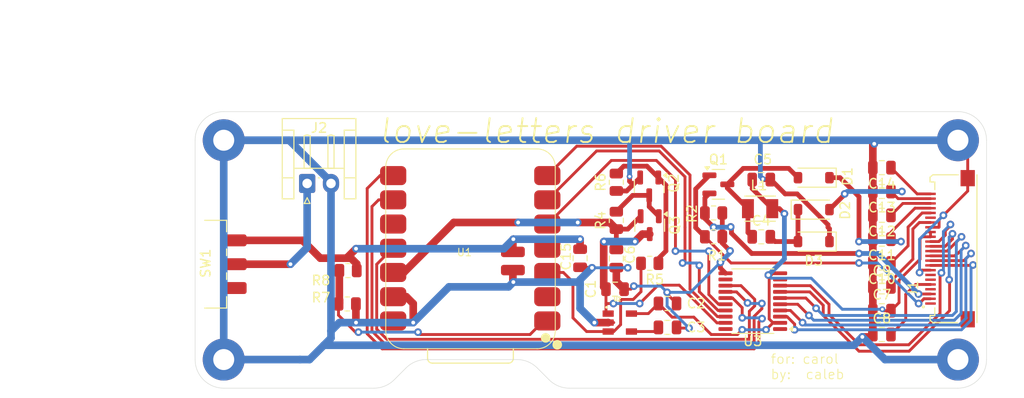
<source format=kicad_pcb>
(kicad_pcb (version 20240108) (generator "pcbnew") (generator_version "8.0")
  (layers (0 "F.Cu" signal) (31 "B.Cu" signal) (34 "B.Paste" user) (35 "F.Paste" user) (36 "B.SilkS" user "B.Silkscreen") (37 "F.SilkS" user "F.Silkscreen") (38 "B.Mask" user) (39 "F.Mask" user) (44 "Edge.Cuts" user))
  (net 0 "")
  (net 1 "/RST")
  (net 2 "VCC")
  (net 3 "/PWR")
  (net 4 "/DC")
  (net 5 "3V3_OUT")
  (net 6 "Net-(U2-BP)")
  (net 7 "Net-(D2-K)")
  (net 8 "/DIN")
  (net 9 "Net-(D1-A)")
  (net 10 "GND")
  (net 11 "/BUSY")
  (net 12 "VCC_INT")
  (net 13 "/CS")
  (net 14 "Net-(C8-Pad2)")
  (net 15 "Net-(C9-Pad2)")
  (net 16 "Net-(C10-Pad1)")
  (net 17 "Net-(C12-Pad1)")
  (net 18 "Net-(C14-Pad1)")
  (net 19 "/VGH")
  (net 20 "/VGL")
  (net 21 "/GDR")
  (net 22 "/SCK'")
  (net 23 "/RST'")
  (net 24 "/DC'")
  (net 25 "/BUSY'")
  (net 26 "/RESE")
  (net 27 "/CS'")
  (net 28 "/DIN'")
  (net 29 "Net-(Q2-B)")
  (net 30 "Net-(Q2-C)")
  (net 31 "+BATT")
  (net 33 "/SCK")
  (net 38 "/BAT_MEAS")
  (net 42 "Net-(J2-Pin_1)")
  (net 46 "unconnected-(SW1-C-Pad3)")
  (footprint "Capacitor_SMD:C_0805_2012Metric" (layer "F.Cu") (at 78.375 59.375 -90)
    (property "Reference" "C15")
    (property "Value" "1u")
  )
  (footprint "Resistor_SMD:R_0805_2012Metric" (layer "F.Cu") (at 54.0375 60.66875 180)
    (property "Reference" "R7")
    (property "Value" "220k")
  )
  (footprint "Capacitor_SMD:C_0805_2012Metric" (layer "F.Cu") (at 87.54 66.63)
    (property "Reference" "C3")
    (property "Value" "22n")
  )
  (footprint "Package_TO_SOT_SMD:SOT-23" (layer "F.Cu") (at 92.875 51.625)
    (property "Reference" "Q1")
    (property "Value" "BSS138")
  )
  (footprint "Capacitor_SMD:C_0805_2012Metric" (layer "F.Cu") (at 82.175 59.40625 -90)
    (property "Reference" "C6")
    (property "Value" "1u")
  )
  (footprint "MountingHole:MountingHole_2.2mm_M2_Pad" (layer "F.Cu") (at 118 70)
    (property "Reference" "H3" (hide yes))
    (property "Value" "MountingHole_Pad")
  )
  (footprint "Capacitor_SMD:C_0805_2012Metric" (layer "F.Cu") (at 110.025 54.875 180)
    (property "Reference" "C12")
    (property "Value" "1u")
  )
  (footprint "Package_TO_SOT_SMD:SOT-23" (layer "F.Cu") (at 85.675 55.90625 -90)
    (property "Reference" "Q3")
    (property "Value" "AO3401A")
  )
  (footprint "Diode_SMD:D_SOD-123" (layer "F.Cu") (at 102.875 54.275)
    (property "Reference" "D2")
    (property "Value" "MBR0530")
  )
  (footprint "XIAO:XIAO-ESP32S3-SMD" (layer "F.Cu") (at 66.875 58.375 180)
    (property "Reference" "U1")
    (property "Value" "XIAO-ESP32-S3-SMD")
  )
  (footprint "Package_SO:TSSOP-20_4.4x6.5mm_P0.65mm" (layer "F.Cu") (at 96.4875 63.875 180)
    (property "Reference" "U3")
    (property "Value" "TXB0108PW")
  )
  (footprint "XF2M-2415-1A:OMRON_XF2M-2415-1A" (layer "F.Cu") (at 117.475 58.375 90)
    (property "Reference" "J1")
    (property "Value" "XF2M-2415-1A")
  )
  (footprint "Capacitor_SMD:C_0805_2012Metric" (layer "F.Cu") (at 110.025 62.375)
    (property "Reference" "C9")
    (property "Value" "1u")
  )
  (footprint "Capacitor_SMD:C_0805_2012Metric" (layer "F.Cu") (at 110.025 52.375 180)
    (property "Reference" "C13")
    (property "Value" "1u")
  )
  (footprint "Capacitor_SMD:C_0805_2012Metric" (layer "F.Cu") (at 87.54 64.12)
    (property "Reference" "C2")
    (property "Value" "1u")
  )
  (footprint "Diode_SMD:D_SOD-123" (layer "F.Cu") (at 102.875 57.625 180)
    (property "Reference" "D3")
    (property "Value" "MBR0530")
  )
  (footprint "Capacitor_SMD:C_0805_2012Metric" (layer "F.Cu") (at 110.025 59.875 180)
    (property "Reference" "C10")
    (property "Value" "1u")
  )
  (footprint "Resistor_SMD:R_0805_2012Metric" (layer "F.Cu") (at 92.375 54.625)
    (property "Reference" "R2")
    (property "Value" "0.47")
  )
  (footprint "LQH32PB100MNCL:IND_LQH32PB100MNCL" (layer "F.Cu") (at 97.2525 54.175 180)
    (property "Reference" "L1")
    (property "Value" "LQH32PB100MNCL")
  )
  (footprint "Capacitor_SMD:C_0805_2012Metric" (layer "F.Cu") (at 97.375 57.125)
    (property "Reference" "C4")
    (property "Value" "4.7u")
  )
  (footprint "Capacitor_SMD:C_0805_2012Metric" (layer "F.Cu") (at 110.025 49.875 180)
    (property "Reference" "C14")
    (property "Value" "1u")
  )
  (footprint "Resistor_SMD:R_0805_2012Metric" (layer "F.Cu") (at 85.675 59.90625)
    (property "Reference" "R5")
    (property "Value" "10k")
  )
  (footprint "Resistor_SMD:R_0805_2012Metric" (layer "F.Cu") (at 53.95 64.16875)
    (property "Reference" "R8")
    (property "Value" "220k")
  )
  (footprint "MountingHole:MountingHole_2.2mm_M2_Pad" (layer "F.Cu") (at 118 47)
    (property "Reference" "H4" (hide yes))
    (property "Value" "MountingHole_Pad")
  )
  (footprint "Diode_SMD:D_SOD-123" (layer "F.Cu") (at 102.875 50.925 180)
    (property "Reference" "D1")
    (property "Value" "MBR0530")
  )
  (footprint "Capacitor_SMD:C_0805_2012Metric" (layer "F.Cu") (at 82.04 62.62)
    (property "Reference" "C1")
    (property "Value" "1u")
  )
  (footprint "RT9193_33GB:SOT94P279X129-5N" (layer "F.Cu") (at 82.54 66.12)
    (property "Reference" "U2")
    (property "Value" "RT9193-33GB")
  )
  (footprint "Resistor_SMD:R_0805_2012Metric" (layer "F.Cu") (at 82.175 51.40625 90)
    (property "Reference" "R6")
    (property "Value" "100k")
  )
  (footprint "Capacitor_SMD:C_0805_2012Metric" (layer "F.Cu") (at 110.025 67.375)
    (property "Reference" "C8")
    (property "Value" "1u")
  )
  (footprint "Capacitor_SMD:C_0805_2012Metric" (layer "F.Cu") (at 110.025 57.375 180)
    (property "Reference" "C11")
    (property "Value" "1u")
  )
  (footprint "Resistor_SMD:R_0805_2012Metric" (layer "F.Cu") (at 82.175 55.40625 90)
    (property "Reference" "R4")
    (property "Value" "47k")
  )
  (footprint "MountingHole:MountingHole_2.2mm_M2_Pad" (layer "F.Cu") (at 41 47)
    (property "Reference" "H1" (hide yes))
    (property "Value" "MountingHole_Pad")
  )
  (footprint "Capacitor_SMD:C_0805_2012Metric" (layer "F.Cu") (at 110.025 64.875)
    (property "Reference" "C7")
    (property "Value" "1u")
  )
  (footprint "Resistor_SMD:R_0805_2012Metric" (layer "F.Cu") (at 92.375 57.125 180)
    (property "Reference" "R1")
    (property "Value" "10k")
  )
  (footprint "Connector_JST:JST_EH_S2B-EH_1x02_P2.50mm_Horizontal" (layer "F.Cu") (at 49.75 51.5325)
    (property "Reference" "J2")
    (property "Value" "Battery Connector")
  )
  (footprint "Button_Switch_SMD:SW_SPDT_CK_JS102011SAQN" (layer "F.Cu") (at 39.4 60 -90)
    (property "Reference" "SW1")
    (property "Value" "SW_SPDT")
  )
  (footprint "MountingHole:MountingHole_2.2mm_M2_Pad" (layer "F.Cu") (at 41 70)
    (property "Reference" "H2" (hide yes))
    (property "Value" "MountingHole_Pad")
  )
  (footprint "Capacitor_SMD:C_0805_2012Metric" (layer "F.Cu") (at 97.375 51.125)
    (property "Reference" "C5")
    (property "Value" "4.7u")
  )
  (footprint "Package_TO_SOT_SMD:SOT-23" (layer "F.Cu") (at 85.625 51.84375 -90)
    (property "Reference" "Q2")
    (property "Value" "SS8050")
  )
  (gr_line (start 77.242641 73) (end 118 73) (stroke (width 0.05)) (layer "Edge.Cuts"))
  (gr_line (start 60.12132 70.87868) (end 58.878679 72.121321) (stroke (width 0.05)) (layer "Edge.Cuts"))
  (gr_line (start 62.242641 70) (end 71.757359 70) (stroke (width 0.05)) (layer "Edge.Cuts"))
  (gr_arc (start 71.757359 70) (mid 72.905418 70.228348) (end 73.87868 70.87868) (stroke (width 0.05)) (layer "Edge.Cuts"))
  (gr_line (start 73.87868 70.87868) (end 75.121321 72.121321) (stroke (width 0.05)) (layer "Edge.Cuts"))
  (gr_arc (start 60.12132 70.87868) (mid 61.09459 70.228361) (end 62.242641 70) (stroke (width 0.05)) (layer "Edge.Cuts"))
  (gr_arc (start 121 70) (mid 120.12132 72.12132) (end 118 73) (stroke (width 0.05)) (layer "Edge.Cuts"))
  (gr_arc (start 41 73) (mid 38.87868 72.12132) (end 38 70) (stroke (width 0.05)) (layer "Edge.Cuts"))
  (gr_arc (start 118 44) (mid 120.12132 44.87868) (end 121 47) (stroke (width 0.05)) (layer "Edge.Cuts"))
  (gr_arc (start 77.242641 73) (mid 76.094582 72.771652) (end 75.121321 72.121321) (stroke (width 0.05)) (layer "Edge.Cuts"))
  (gr_arc (start 38 47) (mid 38.87868 44.87868) (end 41 44) (stroke (width 0.05)) (layer "Edge.Cuts"))
  (gr_line (start 121 47) (end 121 70) (stroke (width 0.05)) (layer "Edge.Cuts"))
  (gr_line (start 41 44) (end 118 44) (stroke (width 0.05)) (layer "Edge.Cuts"))
  (gr_line (start 56.757359 73) (end 41 73) (stroke (width 0.05)) (layer "Edge.Cuts"))
  (gr_arc (start 58.878679 72.121321) (mid 57.905407 72.771626) (end 56.757359 73) (stroke (width 0.05)) (layer "Edge.Cuts"))
  (gr_line (start 38 70) (end 38 47) (stroke (width 0.05)) (layer "Edge.Cuts"))
  (gr_text "love-letters driver board" (at 57.15 47.498 0) (layer "F.SilkS") (effects (font (size 2.5 2.5) (thickness 0.2) (bold yes) (italic yes)) (justify left bottom)))
  (gr_text "for: carol\nby:  caleb\n" (at 98.298 72.136 0) (layer "F.SilkS") (effects (font (size 1 1) (thickness 0.1)) (justify left bottom)))
  (segment (start 89.375 50.832106) (end 89.375 56.125) (width 0.3) (layer "F.Cu") (net 1))
  (segment (start 92.841226 64.85) (end 90.875 62.883774) (width 0.3) (layer "F.Cu") (net 1))
  (segment (start 93.625 64.85) (end 92.841226 64.85) (width 0.3) (layer "F.Cu") (net 1))
  (segment (start 80.103718 48.125) (end 86.667894 48.125) (width 0.3) (layer "F.Cu") (net 1))
  (segment (start 90.875 62.883774) (end 90.875 60.125) (width 0.3) (layer "F.Cu") (net 1))
  (segment (start 89.375 59.625) (end 89.125 59.875) (width 0.3) (layer "F.Cu") (net 1))
  (segment (start 89.375 56.125) (end 89.375 59.625) (width 0.3) (layer "F.Cu") (net 1))
  (segment (start 74.980718 53.248) (end 80.103718 48.125) (width 0.3) (layer "F.Cu") (net 1))
  (segment (start 86.667894 48.125) (end 89.375 50.832106) (width 0.3) (layer "F.Cu") (net 1))
  (segment (start 74.936364 53.248) (end 74.980718 53.248) (width 0.3) (layer "F.Cu") (net 1))
  (via (at 90.875 60.125) (size 0.8) (drill 0.4) (layers "F.Cu" "B.Cu") (net 1))
  (via (at 89.125 59.875) (size 0.8) (drill 0.4) (layers "F.Cu" "B.Cu") (net 1))
  (segment (start 89.125 59.875) (end 90.625 59.875) (width 0.3) (layer "B.Cu") (net 1))
  (segment (start 90.625 59.875) (end 90.875 60.125) (width 0.3) (layer "B.Cu") (net 1))
  (segment (start 81.09 64.125) (end 81.09 64.95) (width 0.3) (layer "F.Cu") (net 2))
  (segment (start 81.09 62.62) (end 81.09 64.125) (width 0.3) (layer "F.Cu") (net 2))
  (segment (start 80.875 57.625) (end 80.85 57.65) (width 0.8) (layer "F.Cu") (net 2))
  (segment (start 84.90625 56.84375) (end 84.125 57.625) (width 0.8) (layer "F.Cu") (net 2))
  (segment (start 81.875 64.125) (end 81.09 64.125) (width 0.3) (layer "F.Cu") (net 2))
  (segment (start 93.625 66.15) (end 92.727014 66.15) (width 0.3) (layer "F.Cu") (net 2))
  (segment (start 80.85 62.38) (end 81.09 62.62) (width 0.8) (layer "F.Cu") (net 2))
  (segment (start 85.675 56.84375) (end 84.90625 56.84375) (width 0.8) (layer "F.Cu") (net 2))
  (segment (start 92.727014 66.15) (end 88.777014 62.2) (width 0.3) (layer "F.Cu") (net 2))
  (segment (start 81.09 64.95) (end 81.32 65.18) (width 0.3) (layer "F.Cu") (net 2))
  (segment (start 80.85 57.65) (end 80.85 62.38) (width 0.8) (layer "F.Cu") (net 2))
  (segment (start 86.55 62.2) (end 84.625 64.125) (width 0.3) (layer "F.Cu") (net 2))
  (segment (start 88.777014 62.2) (end 86.55 62.2) (width 0.3) (layer "F.Cu") (net 2))
  (via (at 84.125 57.625) (size 0.8) (drill 0.4) (layers "F.Cu" "B.Cu") (net 2))
  (via (at 81.875 64.125) (size 0.8) (drill 0.4) (layers "F.Cu" "B.Cu") (net 2))
  (via (at 84.625 64.125) (size 0.8) (drill 0.4) (layers "F.Cu" "B.Cu") (net 2))
  (via (at 80.875 57.625) (size 0.8) (drill 0.4) (layers "F.Cu" "B.Cu") (net 2))
  (segment (start 84.125 57.625) (end 80.875 57.625) (width 0.8) (layer "B.Cu") (net 2))
  (segment (start 84.625 64.125) (end 81.875 64.125) (width 0.3) (layer "B.Cu") (net 2))
  (segment (start 82.625 66.339999) (end 82.625 63.695) (width 0.3) (layer "F.Cu") (net 3))
  (segment (start 81.32 67.06) (end 81.904999 67.06) (width 0.3) (layer "F.Cu") (net 3))
  (segment (start 77.625 65.625) (end 79.06 67.06) (width 0.3) (layer "F.Cu") (net 3))
  (segment (start 83.945 63.695) (end 84.7625 62.8775) (width 0.3) (layer "F.Cu") (net 3))
  (segment (start 82.625 63.695) (end 83.945 63.695) (width 0.3) (layer "F.Cu") (net 3))
  (segment (start 76.618 60.868) (end 77.625 61.875) (width 0.3) (layer "F.Cu") (net 3))
  (segment (start 74.936364 60.868) (end 76.618 60.868) (width 0.3) (layer "F.Cu") (net 3))
  (segment (start 81.904999 67.06) (end 82.625 66.339999) (width 0.3) (layer "F.Cu") (net 3))
  (segment (start 84.7625 62.8775) (end 84.7625 59.90625) (width 0.3) (layer "F.Cu") (net 3))
  (segment (start 79.06 67.06) (end 81.32 67.06) (width 0.3) (layer "F.Cu") (net 3))
  (segment (start 77.625 61.875) (end 77.625 65.625) (width 0.3) (layer "F.Cu") (net 3))
  (segment (start 74.980718 55.788) (end 81.649968 49.11875) (width 0.3) (layer "F.Cu") (net 4))
  (segment (start 88.375 51.125) (end 88.375 58.625) (width 0.3) (layer "F.Cu") (net 4))
  (segment (start 92.898332 64.2) (end 93.625 64.2) (width 0.3) (layer "F.Cu") (net 4))
  (segment (start 91.875 58.625) (end 91.875 63.176668) (width 0.3) (layer "F.Cu") (net 4))
  (segment (start 91.875 63.176668) (end 92.898332 64.2) (width 0.3) (layer "F.Cu") (net 4))
  (segment (start 81.649968 49.11875) (end 86.36875 49.11875) (width 0.3) (layer "F.Cu") (net 4))
  (segment (start 86.36875 49.11875) (end 88.375 51.125) (width 0.3) (layer "F.Cu") (net 4))
  (segment (start 74.936364 55.788) (end 74.980718 55.788) (width 0.3) (layer "F.Cu") (net 4))
  (via (at 91.875 58.625) (size 0.8) (drill 0.4) (layers "F.Cu" "B.Cu") (net 4))
  (via (at 88.375 58.625) (size 0.8) (drill 0.4) (layers "F.Cu" "B.Cu") (net 4))
  (segment (start 88.375 58.625) (end 91.875 58.625) (width 0.3) (layer "B.Cu") (net 4))
  (segment (start 86.59 64.12) (end 88.025 65.555) (width 0.3) (layer "F.Cu") (net 5))
  (segment (start 114.025 59.475) (end 114.025 57.35) (width 0.3) (layer "F.Cu") (net 5))
  (segment (start 98.206165 61.356336) (end 98.206165 65.743664) (width 0.3) (layer "F.Cu") (net 5))
  (segment (start 110.975 64.875) (end 110.225 64.875) (width 0.3) (layer "F.Cu") (net 5))
  (segment (start 90.305 65.555) (end 92.125 67.375) (width 0.3) (layer "F.Cu") (net 5))
  (segment (start 115.125 56.625) (end 115.125 57.125) (width 0.3) (layer "F.Cu") (net 5))
  (segment (start 114.25 57.125) (end 115.125 57.125) (width 0.3) (layer "F.Cu") (net 5))
  (segment (start 98.206165 65.743664) (end 98.612501 66.15) (width 0.3) (layer "F.Cu") (net 5))
  (segment (start 98.612501 60.95) (end 98.206165 61.356336) (width 0.3) (layer "F.Cu") (net 5))
  (segment (start 99.275 54.175) (end 99.8 54.7) (width 0.5) (layer "F.Cu") (net 5))
  (segment (start 96.425 52.0725) (end 98.5275 54.175) (width 0.5) (layer "F.Cu") (net 5))
  (segment (start 99.35 66.15) (end 98.6 66.15) (width 0.3) (layer "F.Cu") (net 5))
  (segment (start 98.5275 54.175) (end 99.275 54.175) (width 0.5) (layer "F.Cu") (net 5))
  (segment (start 99.35 60.95) (end 98.612501 60.95) (width 0.3) (layer "F.Cu") (net 5))
  (segment (start 96.425 51.125) (end 96.425 52.0725) (width 0.5) (layer "F.Cu") (net 5))
  (segment (start 88.025 65.555) (end 90.305 65.555) (width 0.3) (layer "F.Cu") (net 5))
  (segment (start 111.825 64.025) (end 111.825 61.675) (width 0.3) (layer "F.Cu") (net 5))
  (segment (start 85.53 65.18) (end 83.76 65.18) (width 0.3) (layer "F.Cu") (net 5))
  (segment (start 94.875 67.375) (end 95.375 66.875) (width 0.3) (layer "F.Cu") (net 5))
  (segment (start 110.225 64.875) (end 110.075 64.725) (width 0.3) (layer "F.Cu") (net 5))
  (segment (start 110.975 64.875) (end 111.825 64.025) (width 0.3) (layer "F.Cu") (net 5))
  (segment (start 86.59 64.12) (end 85.53 65.18) (width 0.3) (layer "F.Cu") (net 5))
  (segment (start 98.612501 66.15) (end 99.35 66.15) (width 0.3) (layer "F.Cu") (net 5))
  (segment (start 92.125 67.375) (end 94.875 67.375) (width 0.3) (layer "F.Cu") (net 5))
  (segment (start 111.825 61.675) (end 114.025 59.475) (width 0.3) (layer "F.Cu") (net 5))
  (segment (start 98.6 66.15) (end 97.875 66.875) (width 0.3) (layer "F.Cu") (net 5))
  (segment (start 114.025 57.35) (end 114.25 57.125) (width 0.3) (layer "F.Cu") (net 5))
  (via (at 97.875 66.875) (size 0.8) (drill 0.4) (layers "F.Cu" "B.Cu") (net 5))
  (via (at 110.075 64.725) (size 0.6) (drill 0.3) (layers "F.Cu" "B.Cu") (net 5))
  (via (at 99.8 54.7) (size 0.8) (drill 0.4) (layers "F.Cu" "B.Cu") (net 5))
  (via (at 98.110837 61.140856) (size 0.8) (drill 0.4) (layers "F.Cu" "B.Cu") (net 5))
  (via (at 95.375 66.875) (size 0.8) (drill 0.4) (layers "F.Cu" "B.Cu") (net 5))
  (segment (start 102.616 61.468) (end 98.437981 61.468) (width 0.3) (layer "B.Cu") (net 5))
  (segment (start 97.875 66.875) (end 95.375 66.875) (width 0.3) (layer "B.Cu") (net 5))
  (segment (start 99.8 59.451693) (end 98.110837 61.140856) (width 0.5) (layer "B.Cu") (net 5))
  (segment (start 105.873 64.725) (end 102.616 61.468) (width 0.3) (layer "B.Cu") (net 5))
  (segment (start 99.8 54.7) (end 99.8 59.451693) (width 0.5) (layer "B.Cu") (net 5))
  (segment (start 110.075 64.725) (end 105.873 64.725) (width 0.3) (layer "B.Cu") (net 5))
  (segment (start 98.437981 61.468) (end 98.110837 61.140856) (width 0.3) (layer "B.Cu") (net 5))
  (segment (start 83.76 67.06) (end 86.16 67.06) (width 0.3) (layer "F.Cu") (net 6))
  (segment (start 86.16 67.06) (end 86.59 66.63) (width 0.3) (layer "F.Cu") (net 6))
  (segment (start 98.825 57.625) (end 98.325 57.125) (width 0.5) (layer "F.Cu") (net 7))
  (segment (start 101.225 54.275) (end 101.225 57.625) (width 0.5) (layer "F.Cu") (net 7))
  (segment (start 101.225 57.625) (end 98.825 57.625) (width 0.5) (layer "F.Cu") (net 7))
  (segment (start 96.68658 64.374081) (end 96.125 64.935661) (width 0.3) (layer "F.Cu") (net 8))
  (segment (start 57.046364 60.008646) (end 58.72701 58.328) (width 0.3) (layer "F.Cu") (net 8))
  (segment (start 57.046364 66.807354) (end 57.046364 60.008646) (width 0.3) (layer "F.Cu") (net 8))
  (segment (start 58.11401 67.875) (end 57.046364 66.807354) (width 0.3) (layer "F.Cu") (net 8))
  (segment (start 96.68658 63.68658) (end 96.68658 64.374081) (width 0.3) (layer "F.Cu") (net 8))
  (segment (start 58.72701 58.328) (end 58.771364 58.328) (width 0.3) (layer "F.Cu") (net 8))
  (segment (start 93.625 62.25) (end 95.25 62.25) (width 0.3) (layer "F.Cu") (net 8))
  (segment (start 96.125 67.875) (end 58.11401 67.875) (width 0.3) (layer "F.Cu") (net 8))
  (segment (start 95.25 62.25) (end 96.68658 63.68658) (width 0.3) (layer "F.Cu") (net 8))
  (segment (start 96.125 64.935661) (end 96.125 67.875) (width 0.3) (layer "F.Cu") (net 8))
  (segment (start 95.9775 54.175) (end 95.9775 56.6775) (width 0.5) (layer "F.Cu") (net 9))
  (segment (start 100.25 49.95) (end 95.4875 49.95) (width 0.5) (layer "F.Cu") (net 9))
  (segment (start 101.225 50.925) (end 100.25 49.95) (width 0.5) (layer "F.Cu") (net 9))
  (segment (start 93.8125 51.625) (end 93.8125 52.01) (width 0.5) (layer "F.Cu") (net 9))
  (segment (start 95.4875 49.95) (end 93.8125 51.625) (width 0.5) (layer "F.Cu") (net 9))
  (segment (start 95.9775 56.6775) (end 96.425 57.125) (width 0.5) (layer "F.Cu") (net 9))
  (segment (start 93.8125 52.01) (end 95.9775 54.175) (width 0.5) (layer "F.Cu") (net 9))
  (segment (start 97.607 51.125) (end 97.536 51.054) (width 0.5) (layer "F.Cu") (net 10))
  (segment (start 71.326364 61.826364) (end 71.375 61.875) (width 0.8) (layer "F.Cu") (net 10))
  (segment (start 98.325 51.125) (end 98.375 51.125) (width 0.5) (layer "F.Cu") (net 10))
  (segment (start 79.575 60.325) (end 79.625 60.375) (width 0.3) (layer "F.Cu") (net 10))
  (segment (start 82.175 52.31875) (end 83.2625 52.31875) (width 0.5) (layer "F.Cu") (net 10))
  (segment (start 109.075 59.875) (end 109.075 57.375) (width 0.8) (layer "F.Cu") (net 10))
  (segment (start 87.5 63.13) (end 88.49 64.12) (width 0.3) (layer "F.Cu") (net 10))
  (segment (start 114.225 60.625) (end 113.975 60.875) (width 0.3) (layer "F.Cu") (net 10))
  (segment (start 78.375 60.325) (end 79.575 60.325) (width 0.3) (layer "F.Cu") (net 10))
  (segment (start 119.025 50.975) (end 119.025 48.025) (width 0.3) (layer "F.Cu") (net 10))
  (segment (start 93.088419 60.413419) (end 93.625 60.95) (width 0.5) (layer "F.Cu") (net 10))
  (segment (start 116.475 54.875) (end 116.025 55.325) (width 0.3) (layer "F.Cu") (net 10))
  (segment (start 104.375 55.864172) (end 104.375 56.125) (width 0.5) (layer "F.Cu") (net 10))
  (segment (start 82.625 62.985) (end 82.99 62.62) (width 0.3) (layer "F.Cu") (net 10))
  (segment (start 109.075 49.875) (end 109.075 47.525) (width 0.8) (layer "F.Cu") (net 10))
  (segment (start 71.326364 60.615) (end 71.326364 61.826364) (width 0.8) (layer "F.Cu") (net 10))
  (segment (start 88.56 66.7) (end 88.49 66.63) (width 0.3) (layer "F.Cu") (net 10))
  (segment (start 81.32 66.12) (end 81.904999 66.12) (width 0.3) (layer "F.Cu") (net 10))
  (segment (start 83.566 51.308) (end 83.566 50.8) (width 0.5) (layer "F.Cu") (net 10))
  (segment (start 82.19375 60.375) (end 82.175 60.35625) (width 0.3) (layer "F.Cu") (net 10))
  (segment (start 115.125 60.625) (end 114.225 60.625) (width 0.3) (layer "F.Cu") (net 10))
  (segment (start 82.175 60.35625) (end 82.175 61.805) (width 0.8) (layer "F.Cu") (net 10))
  (segment (start 116 56.125) (end 115.125 56.125) (width 0.3) (layer "F.Cu") (net 10))
  (segment (start 82.175 61.805) (end 82.99 62.62) (width 0.8) (layer "F.Cu") (net 10))
  (segment (start 119.025 48.025) (end 118 47) (width 0.3) (layer "F.Cu") (net 10))
  (segment (start 109.075 54.875) (end 109.075 52.375) (width 0.8) (layer "F.Cu") (net 10))
  (segment (start 119.025 47.925) (end 118.475 47.375) (width 0.3) (layer "F.Cu") (net 10))
  (segment (start 83.6925 62.62) (end 84.0125 62.3) (width 0.3) (layer "F.Cu") (net 10))
  (segment (start 109.075 52.375) (end 109.075 49.875) (width 0.8) (layer "F.Cu") (net 10))
  (segment (start 109.075 57.375) (end 109.075 54.875) (width 0.8) (layer "F.Cu") (net 10))
  (segment (start 108.825 67.625) (end 109.075 67.375) (width 0.8) (layer "F.Cu") (net 10))
  (segment (start 119.025 50.975) (end 119.025 52.325) (width 0.3) (layer "F.Cu") (net 10))
  (segment (start 93.2875 54.625) (end 93.2875 57.125) (width 0.5) (layer "F.Cu") (net 10))
  (segment (start 104.525 56.275) (end 104.375 56.125) (width 0.5) (layer "F.Cu") (net 10))
  (segment (start 93.2875 57.125) (end 93.2875 57.7875) (width 0.5) (layer "F.Cu") (net 10))
  (segment (start 54.8625 66.1125) (end 54.875 66.125) (width 0.8) (layer "F.Cu") (net 10))
  (segment (start 116.025 56.1) (end 116 56.125) (width 0.3) (layer "F.Cu") (net 10))
  (segment (start 109.075 64.875) (end 109.075 62.375) (width 0.8) (layer "F.Cu") (net 10))
  (segment (start 107.975 67.625) (end 108.825 67.625) (width 0.8) (layer "F.Cu") (net 10))
  (segment (start 93.2875 57.7875) (end 94.1 58.6) (width 0.5) (layer "F.Cu") (net 10))
  (segment (start 79.875 66.125) (end 81.315 66.125) (width 0.8) (layer "F.Cu") (net 10))
  (segment (start 83.919625 51.661625) (end 84.675 50.90625) (width 0.5) (layer "F.Cu") (net 10))
  (segment (start 82.99 62.62) (end 83.6925 62.62) (width 0.3) (layer "F.Cu") (net 10))
  (segment (start 98.325 51.125) (end 97.607 51.125) (width 0.5) (layer "F.Cu") (net 10))
  (segment (start 83.919625 51.661625) (end 83.566 51.308) (width 0.5) (layer "F.Cu") (net 10))
  (segment (start 109.075 67.375) (end 109.075 64.875) (width 0.8) (layer "F.Cu") (net 10))
  (segment (start 60.146364 63.408) (end 58.771364 63.408) (width 0.8) (layer "F.Cu") (net 10))
  (segment (start 104.525 57.625) (end 104.525 56.275) (width 0.5) (layer "F.Cu") (net 10))
  (segment (start 60.875 66.125) (end 60.875 64.136636) (width 0.8) (layer "F.Cu") (net 10))
  (segment (start 119.025 52.325) (end 116.475 54.875) (width 0.3) (layer "F.Cu") (net 10))
  (segment (start 54.8625 64.16875) (end 54.8625 66.1125) (width 0.8) (layer "F.Cu") (net 10))
  (segment (start 87.5 62.95) (end 87.5 63.13) (width 0.3) (layer "F.Cu") (net 10))
  (segment (start 98.375 51.125) (end 99.875 52.625) (width 0.5) (layer "F.Cu") (net 10))
  (segment (start 83.2625 52.31875) (end 83.919625 51.661625) (width 0.5) (layer "F.Cu") (net 10))
  (segment (start 109.075 47.525) (end 109.225 47.375) (width 0.8) (layer "F.Cu") (net 10))
  (segment (start 101.135828 52.625) (end 104.375 55.864172) (width 0.5) (layer "F.Cu") (net 10))
  (segment (start 99.875 52.625) (end 101.135828 52.625) (width 0.5) (layer "F.Cu") (net 10))
  (segment (start 109.075 62.375) (end 109.075 59.875) (width 0.8) (layer "F.Cu") (net 10))
  (segment (start 89.8 66.7) (end 88.56 66.7) (width 0.3) (layer "F.Cu") (net 10))
  (segment (start 81.315 66.125) (end 81.32 66.12) (width 0.8) (layer "F.Cu") (net 10))
  (segment (start 93.088419 59.811581) (end 93.088419 60.413419) (width 0.5) (layer "F.Cu") (net 10))
  (segment (start 116.025 55.325) (end 116.025 56.1) (width 0.3) (layer "F.Cu") (net 10))
  (segment (start 83.375 60.375) (end 82.19375 60.375) (width 0.3) (layer "F.Cu") (net 10))
  (segment (start 60.875 64.136636) (end 60.146364 63.408) (width 0.8) (layer "F.Cu") (net 10))
  (via (at 84.0125 62.3) (size 0.8) (drill 0.4) (layers "F.Cu" "B.Cu") (net 10))
  (via (at 93.088419 59.811581) (size 0.8) (drill 0.4) (layers "F.Cu" "B.Cu") (net 10))
  (via (at 109.225 47.375) (size 0.8) (drill 0.4) (layers "F.Cu" "B.Cu") (net 10))
  (via (at 79.875 66.125) (size 0.8) (drill 0.4) (layers "F.Cu" "B.Cu") (net 10))
  (via (at 113.975 60.875) (size 0.8) (drill 0.4) (layers "F.Cu" "B.Cu") (net 10))
  (via (at 87.5 62.95) (size 0.8) (drill 0.4) (layers "F.Cu" "B.Cu") (net 10))
  (via (at 107.975 67.625) (size 0.8) (drill 0.4) (layers "F.Cu" "B.Cu") (net 10))
  (via (at 60.875 66.125) (size 0.8) (drill 0.4) (layers "F.Cu" "B.Cu") (net 10))
  (via (at 79.625 60.375) (size 0.8) (drill 0.4) (layers "F.Cu" "B.Cu") (net 10))
  (via (at 83.375 60.375) (size 0.8) (drill 0.4) (layers "F.Cu" "B.Cu") (net 10))
  (via (at 89.8 66.7) (size 0.8) (drill 0.4) (layers "F.Cu" "B.Cu") (net 10))
  (via (at 116.475 54.875) (size 0.8) (drill 0.4) (layers "F.Cu" "B.Cu") (net 10))
  (via (at 97.536 51.054) (size 0.6) (drill 0.3) (layers "F.Cu" "B.Cu") (net 10))
  (via (at 94.1 58.6) (size 0.8) (drill 0.4) (layers "F.Cu" "B.Cu") (net 10))
  (via (at 71.375 61.875) (size 0.8) (drill 0.4) (layers "F.Cu" "B.Cu") (net 10))
  (via (at 83.566 50.8) (size 0.6) (drill 0.3) (layers "F.Cu" "B.Cu") (net 10))
  (via (at 54.875 66.125) (size 0.8) (drill 0.4) (layers "F.Cu" "B.Cu") (net 10))
  (segment (start 89.95 62.95) (end 93.088419 59.811581) (width 0.3) (layer "B.Cu") (net 10))
  (segment (start 107.1 68.5) (end 107.975 67.625) (width 0.8) (layer "B.Cu") (net 10))
  (segment (start 78.375 62.125) (end 78.375 61.625) (width 0.8) (layer "B.Cu") (net 10))
  (segment (start 78.375 61.625) (end 79.625 60.375) (width 0.8) (layer "B.Cu") (net 10))
  (segment (start 86.85 62.3) (end 87.5 62.95) (width 0.3) (layer "B.Cu") (net 10))
  (segment (start 78.125 61.875) (end 78.375 62.125) (width 0.8) (layer "B.Cu") (net 10))
  (segment (start 51.5 68.5) (end 52.25 67.75) (width 0.8) (layer "B.Cu") (net 10))
  (segment (start 52.25 67.75) (end 52.25 67) (width 0.8) (layer "B.Cu") (net 10))
  (segment (start 87.5 62.95) (end 87.5 64.4) (width 0.3) (layer "B.Cu") (net 10))
  (segment (start 78.375 64.625) (end 79.875 66.125) (width 0.8) (layer "B.Cu") (net 10))
  (segment (start 70.875 62.375) (end 64.625 62.375) (width 0.8) (layer "B.Cu") (net 10))
  (segment (start 97.282 47) (end 118 47) (width 0.8) (layer "B.Cu") (net 10))
  (segment (start 52.25 67) (end 52.25 51.5325) (width 0.8) (layer "B.Cu") (net 10))
  (segment (start 71.375 61.875) (end 78.125 61.875) (width 0.8) (layer "B.Cu") (net 10))
  (segment (start 47.8675 47) (end 52.25 51.3825) (width 0.8) (layer "B.Cu") (net 10))
  (segment (start 113.975 57.375) (end 116.475 54.875) (width 0.3) (layer "B.Cu") (net 10))
  (segment (start 41 47) (end 47.8675 47) (width 0.8) (layer "B.Cu") (net 10))
  (segment (start 97.282 50.8) (end 97.282 47) (width 0.5) (layer "B.Cu") (net 10))
  (segment (start 110.35 70) (end 118 70) (width 0.8) (layer "B.Cu") (net 10))
  (segment (start 84.0125 62.3) (end 86.85 62.3) (width 0.3) (layer "B.Cu") (net 10))
  (segment (start 78.375 64.625) (end 78.375 62.125) (width 0.8) (layer "B.Cu") (net 10))
  (segment (start 107.975 67.625) (end 110.35 70) (width 0.8) (layer "B.Cu") (net 10))
  (segment (start 83.566 50.8) (end 83.566 47) (width 0.5) (layer "B.Cu") (net 10))
  (segment (start 51.5 68.5) (end 107.1 68.5) (width 0.8) (layer "B.Cu") (net 10))
  (segment (start 54.875 66.125) (end 60.875 66.125) (width 0.8) (layer "B.Cu") (net 10))
  (segment (start 64.625 62.375) (end 60.875 66.125) (width 0.8) (layer "B.Cu") (net 10))
  (segment (start 52.25 51.3825) (end 52.25 51.5325) (width 0.8) (layer "B.Cu") (net 10))
  (segment (start 53.125 66.125) (end 54.875 66.125) (width 0.8) (layer "B.Cu") (net 10))
  (segment (start 41 47) (end 83.566 47) (width 0.8) (layer "B.Cu") (net 10))
  (segment (start 52.25 67) (end 53.125 66.125) (width 0.8) (layer "B.Cu") (net 10))
  (segment (start 50 70) (end 51.5 68.5) (width 0.8) (layer "B.Cu") (net 10))
  (segment (start 94.1 58.8) (end 93.088419 59.811581) (width 0.5) (layer "B.Cu") (net 10))
  (segment (start 94.1 58.6) (end 94.1 58.8) (width 0.5) (layer "B.Cu") (net 10))
  (segment (start 83.566 47) (end 97.282 47) (width 0.8) (layer "B.Cu") (net 10))
  (segment (start 87.5 62.95) (end 89.95 62.95) (width 0.3) (layer "B.Cu") (net 10))
  (segment (start 113.975 60.875) (end 113.975 57.375) (width 0.3) (layer "B.Cu") (net 10))
  (segment (start 97.536 51.054) (end 97.282 50.8) (width 0.5) (layer "B.Cu") (net 10))
  (segment (start 41 47) (end 41 70) (width 0.8) (layer "B.Cu") (net 10))
  (segment (start 49 70) (end 50 70) (width 0.8) (layer "B.Cu") (net 10))
  (segment (start 87.5 64.4) (end 89.8 66.7) (width 0.3) (layer "B.Cu") (net 10))
  (segment (start 41 70) (end 49 70) (width 0.8) (layer "B.Cu") (net 10))
  (segment (start 71.375 61.875) (end 70.875 62.375) (width 0.8) (layer "B.Cu") (net 10))
  (segment (start 79.625 60.375) (end 83.375 60.375) (width 0.3) (layer "B.Cu") (net 10))
  (segment (start 78.019364 47.625) (end 86.875 47.625) (width 0.3) (layer "F.Cu") (net 11))
  (segment (start 92.78412 65.5) (end 93.625 65.5) (width 0.3) (layer "F.Cu") (net 11))
  (segment (start 89.9 62.61588) (end 92.78412 65.5) (width 0.3) (layer "F.Cu") (net 11))
  (segment (start 86.875 47.625) (end 89.9 50.65) (width 0.3) (layer "F.Cu") (net 11))
  (segment (start 89.9 50.65) (end 89.9 62.61588) (width 0.3) (layer "F.Cu") (net 11))
  (segment (start 74.936364 50.708) (end 78.019364 47.625) (width 0.3) (layer "F.Cu") (net 11))
  (segment (start 82.175 56.31875) (end 83.375 56.31875) (width 0.5) (layer "F.Cu") (net 12))
  (segment (start 59.882 60.868) (end 65.125 55.625) (width 0.8) (layer "F.Cu") (net 12))
  (segment (start 81.48125 55.625) (end 82.175 56.31875) (width 0.8) (layer "F.Cu") (net 12))
  (segment (start 83.375 56.31875) (end 84.725 54.96875) (width 0.5) (layer "F.Cu") (net 12))
  (segment (start 78.125 55.625) (end 81.48125 55.625) (width 0.8) (layer "F.Cu") (net 12))
  (segment (start 65.125 55.625) (end 71.875 55.625) (width 0.8) (layer "F.Cu") (net 12))
  (segment (start 82.175 56.31875) (end 82.175 58.45625) (width 0.5) (layer "F.Cu") (net 12))
  (segment (start 58.771364 60.868) (end 59.882 60.868) (width 0.8) (layer "F.Cu") (net 12))
  (via (at 78.125 55.625) (size 0.8) (drill 0.4) (layers "F.Cu" "B.Cu") (net 12))
  (via (at 71.875 55.625) (size 0.8) (drill 0.4) (layers "F.Cu" "B.Cu") (net 12))
  (segment (start 71.875 55.625) (end 78.125 55.625) (width 0.8) (layer "B.Cu") (net 12))
  (segment (start 97.456165 65.706165) (end 97.125 66.03733) (width 0.3) (layer "F.Cu") (net 13))
  (segment (start 96.625 68.875) (end 57.625 68.875) (width 0.3) (layer "F.Cu") (net 13))
  (segment (start 95.375 65.625) (end 95.375 64.562501) (width 0.3) (layer "F.Cu") (net 13))
  (segment (start 95.375 64.562501) (end 94.362499 63.55) (width 0.3) (layer "F.Cu") (net 13))
  (segment (start 56.046364 67.296364) (end 56.046364 52.058) (width 0.3) (layer "F.Cu") (net 13))
  (segment (start 56.046364 52.058) (end 57.396364 50.708) (width 0.3) (layer "F.Cu") (net 13))
  (segment (start 97.125 68.375) (end 96.625 68.875) (width 0.3) (layer "F.Cu") (net 13))
  (segment (start 94.362499 63.55) (end 93.625 63.55) (width 0.3) (layer "F.Cu") (net 13))
  (segment (start 97.125 66.03733) (end 97.125 68.375) (width 0.3) (layer "F.Cu") (net 13))
  (segment (start 57.396364 50.708) (end 58.771364 50.708) (width 0.3) (layer "F.Cu") (net 13))
  (segment (start 57.625 68.875) (end 56.046364 67.296364) (width 0.3) (layer "F.Cu") (net 13))
  (via (at 95.375 65.625) (size 0.8) (drill 0.4) (layers "F.Cu" "B.Cu") (net 13))
  (via (at 97.456165 65.706165) (size 0.8) (drill 0.4) (layers "F.Cu" "B.Cu") (net 13))
  (segment (start 97.375 65.625) (end 95.375 65.625) (width 0.3) (layer "B.Cu") (net 13))
  (segment (start 97.456165 65.706165) (end 97.375 65.625) (width 0.3) (layer "B.Cu") (net 13))
  (segment (start 113.5625 62.125) (end 115.125 62.125) (width 0.3) (layer "F.Cu") (net 14))
  (segment (start 110.975 67.375) (end 112.525 65.825) (width 0.3) (layer "F.Cu") (net 14))
  (segment (start 112.525 63.1625) (end 113.5625 62.125) (width 0.3) (layer "F.Cu") (net 14))
  (segment (start 112.525 65.825) (end 112.525 63.1625) (width 0.3) (layer "F.Cu") (net 14))
  (segment (start 113.275 59.475) (end 113.275 56.307106) (width 0.3) (layer "F.Cu") (net 15))
  (segment (start 110.975 62.375) (end 110.975 61.775) (width 0.3) (layer "F.Cu") (net 15))
  (segment (start 113.275 56.307106) (end 113.957106 55.625) (width 0.3) (layer "F.Cu") (net 15))
  (segment (start 113.957106 55.625) (end 115.125 55.625) (width 0.3) (layer "F.Cu") (net 15))
  (segment (start 110.975 61.775) (end 113.275 59.475) (width 0.3) (layer "F.Cu") (net 15))
  (segment (start 110.975 59.875) (end 112.775 58.075) (width 0.3) (layer "F.Cu") (net 16))
  (segment (start 114.25 54.625) (end 115.125 54.625) (width 0.3) (layer "F.Cu") (net 16))
  (segment (start 112.775 58.075) (end 112.775 56.1) (width 0.3) (layer "F.Cu") (net 16))
  (segment (start 112.775 56.1) (end 114.25 54.625) (width 0.3) (layer "F.Cu") (net 16))
  (segment (start 112.225 53.625) (end 115.125 53.625) (width 0.3) (layer "F.Cu") (net 17))
  (segment (start 110.975 54.875) (end 112.225 53.625) (width 0.3) (layer "F.Cu") (net 17))
  (segment (start 113.725 52.625) (end 115.125 52.625) (width 0.3) (layer "F.Cu") (net 18))
  (segment (start 110.975 49.875) (end 113.725 52.625) (width 0.3) (layer "F.Cu") (net 18))
  (segment (start 105.627082 50.925) (end 107.625 52.922918) (width 0.5) (layer "F.Cu") (net 19))
  (segment (start 110.975 56.65) (end 113.5 54.125) (width 0.3) (layer "F.Cu") (net 19))
  (segment (start 104.525 50.925) (end 105.627082 50.925) (width 0.5) (layer "F.Cu") (net 19))
  (segment (start 112.025 57.625) (end 111.225 57.625) (width 0.5) (layer "F.Cu") (net 19))
  (segment (start 107.625 57.625) (end 107.625 57.375) (width 0.5) (layer "F.Cu") (net 19))
  (segment (start 111.225 57.625) (end 110.975 57.375) (width 0.5) (layer "F.Cu") (net 19))
  (segment (start 107.625 52.922918) (end 107.625 57.625) (width 0.5) (layer "F.Cu") (net 19))
  (segment (start 110.975 57.375) (end 110.975 56.65) (width 0.3) (layer "F.Cu") (net 19))
  (segment (start 113.5 54.125) (end 115.125 54.125) (width 0.3) (layer "F.Cu") (net 19))
  (via (at 112.025 57.625) (size 0.8) (drill 0.4) (layers "F.Cu" "B.Cu") (net 19))
  (via (at 107.625 57.625) (size 0.8) (drill 0.4) (layers "F.Cu" "B.Cu") (net 19))
  (segment (start 107.625 57.625) (end 112.025 57.625) (width 0.5) (layer "B.Cu") (net 19))
  (segment (start 111.725 53.125) (end 115.125 53.125) (width 0.3) (layer "F.Cu") (net 20))
  (segment (start 110.975 52.375) (end 111.725 53.125) (width 0.3) (layer "F.Cu") (net 20))
  (segment (start 106.125 52.675) (end 104.525 54.275) (width 0.5) (layer "F.Cu") (net 20))
  (segment (start 112.125 52.375) (end 110.975 52.375) (width 0.5) (layer "F.Cu") (net 20))
  (segment (start 106.125 52.625) (end 106.125 52.675) (width 0.5) (layer "F.Cu") (net 20))
  (via (at 106.125 52.625) (size 0.8) (drill 0.4) (layers "F.Cu" "B.Cu") (net 20))
  (via (at 112.125 52.375) (size 0.8) (drill 0.4) (layers "F.Cu" "B.Cu") (net 20))
  (segment (start 106.125 52.625) (end 106.375 52.375) (width 0.5) (layer "B.Cu") (net 20))
  (segment (start 106.375 52.375) (end 112.125 52.375) (width 0.5) (layer "B.Cu") (net 20))
  (segment (start 114.435661 63.625) (end 113.935661 64.125) (width 0.3) (layer "F.Cu") (net 21))
  (segment (start 90.5 56.1625) (end 90.5 52.1125) (width 0.5) (layer "F.Cu") (net 21))
  (segment (start 90.5 52.1125) (end 91.9375 50.675) (width 0.5) (layer "F.Cu") (net 21))
  (segment (start 107.625 59.875) (end 94.2125 59.875) (width 0.3) (layer "F.Cu") (net 21))
  (segment (start 115.125 63.625) (end 114.435661 63.625) (width 0.3) (layer "F.Cu") (net 21))
  (segment (start 113.935661 64.125) (end 113.875 64.125) (width 0.3) (layer "F.Cu") (net 21))
  (segment (start 94.2125 59.875) (end 91.4625 57.125) (width 0.3) (layer "F.Cu") (net 21))
  (segment (start 91.4625 57.125) (end 90.5 56.1625) (width 0.5) (layer "F.Cu") (net 21))
  (via (at 113.875 64.125) (size 0.8) (drill 0.4) (layers "F.Cu" "B.Cu") (net 21))
  (via (at 107.625 59.875) (size 0.8) (drill 0.4) (layers "F.Cu" "B.Cu") (net 21))
  (segment (start 109.564339 59.875) (end 113.814339 64.125) (width 0.3) (layer "B.Cu") (net 21))
  (segment (start 113.814339 64.125) (end 113.875 64.125) (width 0.3) (layer "B.Cu") (net 21))
  (segment (start 107.625 59.875) (end 109.564339 59.875) (width 0.3) (layer "B.Cu") (net 21))
  (segment (start 117.125 64.875) (end 117.125 61.667891) (width 0.3) (layer "F.Cu") (net 22))
  (segment (start 103.875 64.314339) (end 103.875 65.375) (width 0.3) (layer "F.Cu") (net 22))
  (segment (start 102.460661 62.9) (end 103.875 64.314339) (width 0.3) (layer "F.Cu") (net 22))
  (segment (start 115.125 58.125) (end 116.667894 58.125) (width 0.3) (layer "F.Cu") (net 22))
  (segment (start 107.625 69.125) (end 112.875 69.125) (width 0.3) (layer "F.Cu") (net 22))
  (segment (start 116.667894 58.125) (end 117.426314 57.36658) (width 0.3) (layer "F.Cu") (net 22))
  (segment (start 117.426314 57.36658) (end 117.426314 56.808772) (width 0.3) (layer "F.Cu") (net 22))
  (segment (start 117.125 61.667891) (end 117.082109 61.625) (width 0.3) (layer "F.Cu") (net 22))
  (segment (start 99.35 62.9) (end 102.460661 62.9) (width 0.3) (layer "F.Cu") (net 22))
  (segment (start 112.875 69.125) (end 117.125 64.875) (width 0.3) (layer "F.Cu") (net 22))
  (segment (start 103.875 65.375) (end 107.625 69.125) (width 0.3) (layer "F.Cu") (net 22))
  (via (at 117.426314 56.808772) (size 0.8) (drill 0.4) (layers "F.Cu" "B.Cu") (net 22))
  (via (at 117.082109 61.625) (size 0.8) (drill 0.4) (layers "F.Cu" "B.Cu") (net 22))
  (segment (start 117.082109 61.625) (end 117.082109 57.152977) (width 0.3) (layer "B.Cu") (net 22))
  (segment (start 117.082109 57.152977) (end 117.426314 56.808772) (width 0.3) (layer "B.Cu") (net 22))
  (segment (start 99.35 64.85) (end 100.432053 64.85) (width 0.3) (layer "F.Cu") (net 23))
  (segment (start 119.375 58.875) (end 118.625 59.625) (width 0.3) (layer "F.Cu") (net 23))
  (segment (start 100.432053 64.85) (end 101.707053 66.125) (width 0.3) (layer "F.Cu") (net 23))
  (segment (start 118.625 59.625) (end 115.125 59.625) (width 0.3) (layer "F.Cu") (net 23))
  (via (at 119.375 58.875) (size 0.8) (drill 0.4) (layers "F.Cu" "B.Cu") (net 23))
  (via (at 101.707053 66.125) (size 0.8) (drill 0.4) (layers "F.Cu" "B.Cu") (net 23))
  (segment (start 119.375 58.875) (end 118.832109 59.417891) (width 0.3) (layer "B.Cu") (net 23))
  (segment (start 118.832109 59.417891) (end 118.832109 65.582109) (width 0.3) (layer "B.Cu") (net 23))
  (segment (start 118.832109 65.582109) (end 118.875 65.625) (width 0.3) (layer "B.Cu") (net 23))
  (segment (start 101.957053 66.375) (end 101.707053 66.125) (width 0.3) (layer "B.Cu") (net 23))
  (segment (start 118.875 65.625) (end 118.125 66.375) (width 0.3) (layer "B.Cu") (net 23))
  (segment (start 118.125 66.375) (end 101.957053 66.375) (width 0.3) (layer "B.Cu") (net 23))
  (segment (start 117.988245 58.875) (end 117.917893 58.875) (width 0.3) (layer "F.Cu") (net 24))
  (segment (start 101.2 64.2) (end 102.375 65.375) (width 0.3) (layer "F.Cu") (net 24))
  (segment (start 99.35 64.2) (end 101.2 64.2) (width 0.3) (layer "F.Cu") (net 24))
  (segment (start 117.917893 58.875) (end 117.667893 59.125) (width 0.3) (layer "F.Cu") (net 24))
  (segment (start 118.820298 58.042947) (end 117.988245 58.875) (width 0.3) (layer "F.Cu") (net 24))
  (segment (start 117.667893 59.125) (end 115.125 59.125) (width 0.3) (layer "F.Cu") (net 24))
  (via (at 118.820298 58.042947) (size 0.8) (drill 0.4) (layers "F.Cu" "B.Cu") (net 24))
  (via (at 102.375 65.375) (size 0.8) (drill 0.4) (layers "F.Cu" "B.Cu") (net 24))
  (segment (start 118.820298 58.042947) (end 118.332109 58.531136) (width 0.3) (layer "B.Cu") (net 24))
  (segment (start 102.875 65.875) (end 102.375 65.375) (width 0.3) (layer "B.Cu") (net 24))
  (segment (start 118.332109 65.167891) (end 117.625 65.875) (width 0.3) (layer "B.Cu") (net 24))
  (segment (start 117.625 65.875) (end 102.875 65.875) (width 0.3) (layer "B.Cu") (net 24))
  (segment (start 118.332109 58.531136) (end 118.332109 65.167891) (width 0.3) (layer "B.Cu") (net 24))
  (segment (start 100.087499 65.5) (end 100.875 66.287501) (width 0.3) (layer "F.Cu") (net 25))
  (segment (start 99.35 65.5) (end 100.087499 65.5) (width 0.3) (layer "F.Cu") (net 25))
  (segment (start 119.582109 60.082109) (end 119.539218 60.125) (width 0.3) (layer "F.Cu") (net 25))
  (segment (start 119.539218 60.125) (end 115.125 60.125) (width 0.3) (layer "F.Cu") (net 25))
  (segment (start 100.875 66.287501) (end 100.875 66.875) (width 0.3) (layer "F.Cu") (net 25))
  (via (at 119.582109 60.082109) (size 0.8) (drill 0.4) (layers "F.Cu" "B.Cu") (net 25))
  (via (at 100.875 66.875) (size 0.8) (drill 0.4) (layers "F.Cu" "B.Cu") (net 25))
  (segment (start 119.375 65.875) (end 118.375 66.875) (width 0.3) (layer "B.Cu") (net 25))
  (segment (start 119.582109 60.082109) (end 119.375 60.289218) (width 0.3) (layer "B.Cu") (net 25))
  (segment (start 119.375 60.289218) (end 119.375 65.875) (width 0.3) (layer "B.Cu") (net 25))
  (segment (start 118.375 66.875) (end 100.875 66.875) (width 0.3) (layer "B.Cu") (net 25))
  (segment (start 96.375 58.875) (end 94.25 56.75) (width 0.5) (layer "F.Cu") (net 26))
  (segment (start 107.625 58.875) (end 96.375 58.875) (width 0.5) (layer "F.Cu") (net 26))
  (segment (start 91.4625 54.625) (end 91.4625 53.05) (width 0.5) (layer "F.Cu") (net 26))
  (segment (start 91.4625 55.208996) (end 92.375 56.121496) (width 0.5) (layer "F.Cu") (net 26))
  (segment (start 91.4625 54.625) (end 91.4625 55.208996) (width 0.5) (layer "F.Cu") (net 26))
  (segment (start 94.25 56.75) (end 94.25 56.166708) (width 0.5) (layer "F.Cu") (net 26))
  (segment (start 94.25 56.166708) (end 94.171582 56.08829) (width 0.5) (layer "F.Cu") (net 26))
  (segment (start 91.4625 53.05) (end 91.9375 52.575) (width 0.5) (layer "F.Cu") (net 26))
  (segment (start 115.125 63.125) (end 113.875 63.125) (width 0.3) (layer "F.Cu") (net 26))
  (via (at 94.171582 56.08829) (size 0.8) (drill 0.4) (layers "F.Cu" "B.Cu") (net 26))
  (via (at 92.375 56.121496) (size 0.8) (drill 0.4) (layers "F.Cu" "B.Cu") (net 26))
  (via (at 107.625 58.875) (size 0.8) (drill 0.4) (layers "F.Cu" "B.Cu") (net 26))
  (via (at 113.875 63.125) (size 0.8) (drill 0.4) (layers "F.Cu" "B.Cu") (net 26))
  (segment (start 94.138376 56.121496) (end 94.171582 56.08829) (width 0.5) (layer "B.Cu") (net 26))
  (segment (start 107.625 58.875) (end 109.625 58.875) (width 0.5) (layer "B.Cu") (net 26))
  (segment (start 92.375 56.121496) (end 94.138376 56.121496) (width 0.5) (layer "B.Cu") (net 26))
  (segment (start 109.625 58.875) (end 113.875 63.125) (width 0.5) (layer "B.Cu") (net 26))
  (segment (start 116.875 58.625) (end 115.125 58.625) (width 0.3) (layer "F.Cu") (net 27))
  (segment (start 118.375 57.125) (end 116.875 58.625) (width 0.3) (layer "F.Cu") (net 27))
  (segment (start 102.05 63.55) (end 103.125 64.625) (width 0.3) (layer "F.Cu") (net 27))
  (segment (start 99.35 63.55) (end 102.05 63.55) (width 0.3) (layer "F.Cu") (net 27))
  (via (at 118.375 57.125) (size 0.8) (drill 0.4) (layers "F.Cu" "B.Cu") (net 27))
  (via (at 103.125 64.625) (size 0.8) (drill 0.4) (layers "F.Cu" "B.Cu") (net 27))
  (segment (start 117.832109 57.667891) (end 117.832109 64.960785) (width 0.3) (layer "B.Cu") (net 27))
  (segment (start 118.375 57.125) (end 117.832109 57.667891) (width 0.3) (layer "B.Cu") (net 27))
  (segment (start 117.832109 64.960785) (end 117.417894 65.375) (width 0.3) (layer "B.Cu") (net 27))
  (segment (start 103.875 65.375) (end 103.125 64.625) (width 0.3) (layer "B.Cu") (net 27))
  (segment (start 117.417894 65.375) (end 103.875 65.375) (width 0.3) (layer "B.Cu") (net 27))
  (segment (start 107.657106 68.45) (end 112.842894 68.45) (width 0.3) (layer "F.Cu") (net 28))
  (segment (start 117.215563 55.958862) (end 116.676314 56.498111) (width 0.3) (layer "F.Cu") (net 28))
  (segment (start 116.125 60.875) (end 116.23466 60.875) (width 0.3) (layer "F.Cu") (net 28))
  (segment (start 116.676314 56.948686) (end 116 57.625) (width 0.3) (layer "F.Cu") (net 28))
  (segment (start 117.215563 55.83123) (end 117.215563 55.958862) (width 0.3) (layer "F.Cu") (net 28))
  (segment (start 116 57.625) (end 115.125 57.625) (width 0.3) (layer "F.Cu") (net 28))
  (segment (start 116.676314 56.498111) (end 116.676314 56.948686) (width 0.3) (layer "F.Cu") (net 28))
  (segment (start 99.35 62.25) (end 102.517767 62.25) (width 0.3) (layer "F.Cu") (net 28))
  (segment (start 102.517767 62.25) (end 104.478553 64.210786) (width 0.3) (layer "F.Cu") (net 28))
  (segment (start 116.125 65.167894) (end 116.125 60.875) (width 0.3) (layer "F.Cu") (net 28))
  (segment (start 112.842894 68.45) (end 116.125 65.167894) (width 0.3) (layer "F.Cu") (net 28))
  (segment (start 116.23466 60.875) (end 116.267952 60.908292) (width 0.3) (layer "F.Cu") (net 28))
  (segment (start 104.478553 64.210786) (end 104.478553 65.271447) (width 0.3) (layer "F.Cu") (net 28))
  (segment (start 104.478553 65.271447) (end 107.657106 68.45) (width 0.3) (layer "F.Cu") (net 28))
  (via (at 116.267952 60.908292) (size 0.8) (drill 0.4) (layers "F.Cu" "B.Cu") (net 28))
  (via (at 117.215563 55.83123) (size 0.8) (drill 0.4) (layers "F.Cu" "B.Cu") (net 28))
  (segment (start 116.475 60.701244) (end 116.267952 60.908292) (width 0.3) (layer "B.Cu") (net 28))
  (segment (start 116.475 56.571793) (end 116.475 60.701244) (width 0.3) (layer "B.Cu") (net 28))
  (segment (start 117.215563 55.83123) (end 116.475 56.571793) (width 0.3) (layer "B.Cu") (net 28))
  (segment (start 87.375 51.70625) (end 86.575 50.90625) (width 0.5) (layer "F.Cu") (net 29))
  (segment (start 85.3875 49.71875) (end 86.575 50.90625) (width 0.5) (layer "F.Cu") (net 29))
  (segment (start 87.375 58.61875) (end 87.375 51.70625) (width 0.5) (layer "F.Cu") (net 29))
  (segment (start 82.175 50.49375) (end 82.95 49.71875) (width 0.5) (layer "F.Cu") (net 29))
  (segment (start 82.95 49.71875) (end 85.3875 49.71875) (width 0.5) (layer "F.Cu") (net 29))
  (segment (start 86.5875 59.40625) (end 87.375 58.61875) (width 0.5) (layer "F.Cu") (net 29))
  (segment (start 83.8875 52.78125) (end 85.625 52.78125) (width 0.5) (layer "F.Cu") (net 30))
  (segment (start 82.175 54.49375) (end 83.8875 52.78125) (width 0.5) (layer "F.Cu") (net 30))
  (segment (start 85.625 53.96875) (end 86.625 54.96875) (width 0.5) (layer "F.Cu") (net 30))
  (segment (start 85.625 52.78125) (end 85.625 53.96875) (width 0.5) (layer "F.Cu") (net 30))
  (segment (start 49.2625 57.5) (end 42.15 57.5) (width 0.8) (layer "F.Cu") (net 31))
  (segment (start 54.95 59.96875) (end 54.95 60.66875) (width 0.8) (layer "F.Cu") (net 31))
  (segment (start 71.326364 58.71) (end 71.326364 57.423636) (width 0.8) (layer "F.Cu") (net 31))
  (segment (start 53.88125 59.36875) (end 54.875 58.375) (width 0.8) (layer "F.Cu") (net 31))
  (segment (start 51.13125 59.36875) (end 49.2625 57.5) (width 0.8) (layer "F.Cu") (net 31))
  (segment (start 53.875 59.36875) (end 51.13125 59.36875) (width 0.8) (layer "F.Cu") (net 31))
  (segment (start 78.375 57.375) (end 78.375 58.425) (width 0.8) (layer "F.Cu") (net 31))
  (segment (start 53.875 59.36875) (end 53.88125 59.36875) (width 0.8) (layer "F.Cu") (net 31))
  (segment (start 71.326364 57.423636) (end 71.375 57.375) (width 0.8) (layer "F.Cu") (net 31))
  (segment (start 53.875 59.36875) (end 54.35 59.36875) (width 0.8) (layer "F.Cu") (net 31))
  (segment (start 54.35 59.36875) (end 54.95 59.96875) (width 0.8) (layer "F.Cu") (net 31))
  (via (at 71.375 57.375) (size 0.8) (drill 0.4) (layers "F.Cu" "B.Cu") (net 31))
  (via (at 54.875 58.375) (size 0.8) (drill 0.4) (layers "F.Cu" "B.Cu") (net 31))
  (via (at 78.375 57.375) (size 0.8) (drill 0.4) (layers "F.Cu" "B.Cu") (net 31))
  (segment (start 71.375 57.375) (end 78.375 57.375) (width 0.8) (layer "B.Cu") (net 31))
  (segment (start 70.375 58.375) (end 71.375 57.375) (width 0.8) (layer "B.Cu") (net 31))
  (segment (start 54.875 58.375) (end 70.375 58.375) (width 0.8) (layer "B.Cu") (net 31))
  (segment (start 93.625 62.9) (end 94.77316 62.9) (width 0.3) (layer "F.Cu") (net 33))
  (segment (start 56.546364 53.953636) (end 57.252 53.248) (width 0.3) (layer "F.Cu") (net 33))
  (segment (start 57.252 53.248) (end 58.771364 53.248) (width 0.3) (layer "F.Cu") (net 33))
  (segment (start 57.906904 68.375) (end 56.546364 67.01446) (width 0.3) (layer "F.Cu") (net 33))
  (segment (start 97.43658 64.665088) (end 96.625 65.476668) (width 0.3) (layer "F.Cu") (net 33))
  (segment (start 96.625 65.476668) (end 96.625 68.082107) (width 0.3) (layer "F.Cu") (net 33))
  (segment (start 96.332107 68.375) (end 57.906904 68.375) (width 0.3) (layer "F.Cu") (net 33))
  (segment (start 97.43658 64.118908) (end 97.43658 64.665088) (width 0.3) (layer "F.Cu") (net 33))
  (segment (start 56.546364 67.01446) (end 56.546364 53.953636) (width 0.3) (layer "F.Cu") (net 33))
  (segment (start 96.625 68.082107) (end 96.332107 68.375) (width 0.3) (layer "F.Cu") (net 33))
  (segment (start 94.77316 62.9) (end 95.93658 64.06342) (width 0.3) (layer "F.Cu") (net 33))
  (via (at 95.93658 64.06342) (size 0.8) (drill 0.4) (layers "F.Cu" "B.Cu") (net 33))
  (via (at 97.43658 64.118908) (size 0.8) (drill 0.4) (layers "F.Cu" "B.Cu") (net 33))
  (segment (start 95.992068 64.118908) (end 95.93658 64.06342) (width 0.3) (layer "B.Cu") (net 33))
  (segment (start 97.43658 64.118908) (end 95.992068 64.118908) (width 0.3) (layer "B.Cu") (net 33))
  (segment (start 53.125 64.08125) (end 53.0375 64.16875) (width 0.8) (layer "F.Cu") (net 38))
  (segment (start 74.936364 65.948) (end 74.552 65.948) (width 0.3) (layer "F.Cu") (net 38))
  (segment (start 73.125 67.375) (end 61.625 67.375) (width 0.3) (layer "F.Cu") (net 38))
  (segment (start 74.552 65.948) (end 73.125 67.375) (width 0.3) (layer "F.Cu") (net 38))
  (segment (start 54.814339 67.125) (end 53.0375 65.348161) (width 0.3) (layer "F.Cu") (net 38))
  (segment (start 53.0375 65.348161) (end 53.0375 64.16875) (width 0.3) (layer "F.Cu") (net 38))
  (segment (start 55.125 67.125) (end 54.814339 67.125) (width 0.3) (layer "F.Cu") (net 38))
  (segment (start 53.125 60.66875) (end 53.125 64.08125) (width 0.8) (layer "F.Cu") (net 38))
  (segment (start 61.625 67.375) (end 61.375 67.125) (width 0.3) (layer "F.Cu") (net 38))
  (via (at 61.375 67.125) (size 0.8) (drill 0.4) (layers "F.Cu" "B.Cu") (net 38))
  (via (at 55.125 67.125) (size 0.8) (drill 0.4) (layers "F.Cu" "B.Cu") (net 38))
  (segment (start 61.375 67.125) (end 55.125 67.125) (width 0.3) (layer "B.Cu") (net 38))
  (segment (start 48 60) (end 42.15 60) (width 0.8) (layer "F.Cu") (net 42))
  (via (at 48 60) (size 0.8) (drill 0.4) (layers "F.Cu" "B.Cu") (net 42))
  (segment (start 49.75 58.25) (end 48 60) (width 0.8) (layer "B.Cu") (net 42))
  (segment (start 49.75 51.5325) (end 49.75 58.25) (width 0.8) (layer "B.Cu") (net 42))
  (segment (start 42.225 62.625) (end 42.15 62.7) (width 0.8) (layer "F.Cu") (net 46))
)
</source>
